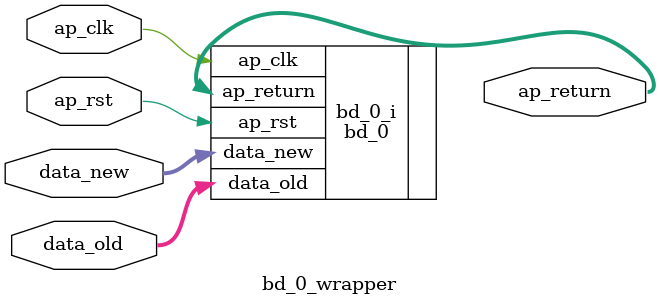
<source format=v>
`timescale 1 ps / 1 ps

module bd_0_wrapper
   (ap_clk,
    ap_return,
    ap_rst,
    data_new,
    data_old);
  input ap_clk;
  output [54:0]ap_return;
  input ap_rst;
  input [383:0]data_new;
  input [383:0]data_old;

  wire ap_clk;
  wire [54:0]ap_return;
  wire ap_rst;
  wire [383:0]data_new;
  wire [383:0]data_old;

  bd_0 bd_0_i
       (.ap_clk(ap_clk),
        .ap_return(ap_return),
        .ap_rst(ap_rst),
        .data_new(data_new),
        .data_old(data_old));
endmodule

</source>
